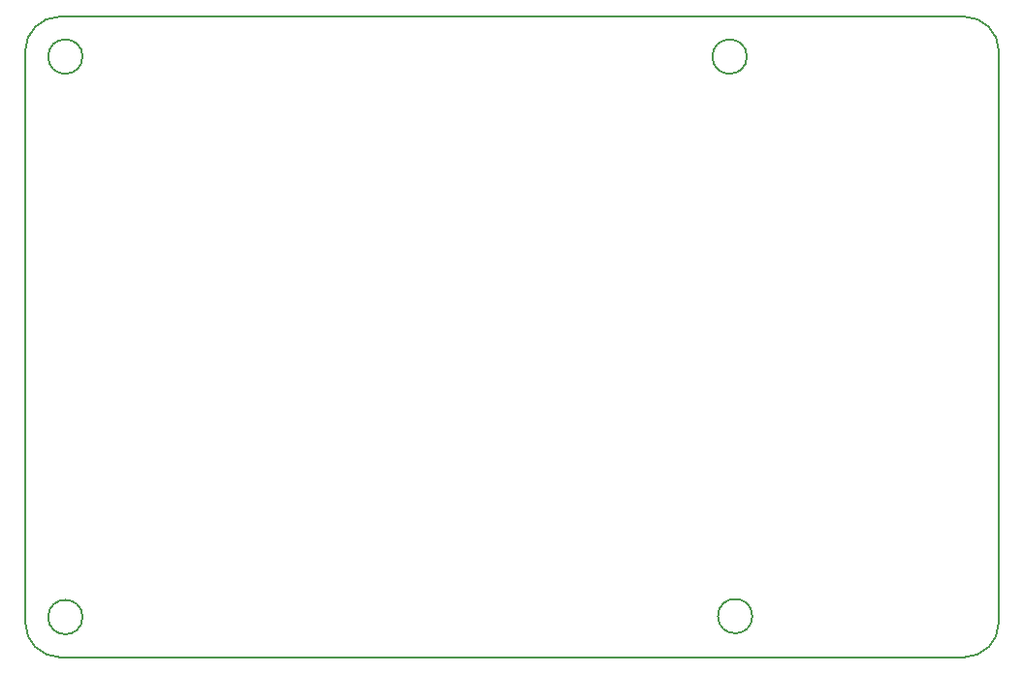
<source format=gm1>
G04 #@! TF.FileFunction,Profile,NP*
%FSLAX46Y46*%
G04 Gerber Fmt 4.6, Leading zero omitted, Abs format (unit mm)*
G04 Created by KiCad (PCBNEW 4.0.7-e2-6376~58~ubuntu17.04.1) date Thu May 31 18:31:02 2018*
%MOMM*%
%LPD*%
G01*
G04 APERTURE LIST*
%ADD10C,0.100000*%
%ADD11C,0.150000*%
G04 APERTURE END LIST*
D10*
D11*
X102000000Y-71000000D02*
X102000000Y-121000000D01*
X187000000Y-71000000D02*
G75*
G03X184000000Y-68000000I-3000000J0D01*
G01*
X184000000Y-124000000D02*
G75*
G03X187000000Y-121000000I0J3000000D01*
G01*
X102000000Y-121000000D02*
G75*
G03X105000000Y-124000000I3000000J0D01*
G01*
X105000000Y-68000000D02*
G75*
G03X102000000Y-71000000I0J-3000000D01*
G01*
X165481000Y-120417000D02*
G75*
G03X165481000Y-120417000I-1500000J0D01*
G01*
X165000000Y-71500000D02*
G75*
G03X165000000Y-71500000I-1500000J0D01*
G01*
X107000000Y-71500000D02*
G75*
G03X107000000Y-71500000I-1500000J0D01*
G01*
X107000000Y-120500000D02*
G75*
G03X107000000Y-120500000I-1500000J0D01*
G01*
X184000000Y-68000000D02*
X105000000Y-68000000D01*
X187000000Y-121000000D02*
X187000000Y-71000000D01*
X105000000Y-124000000D02*
X184000000Y-124000000D01*
M02*

</source>
